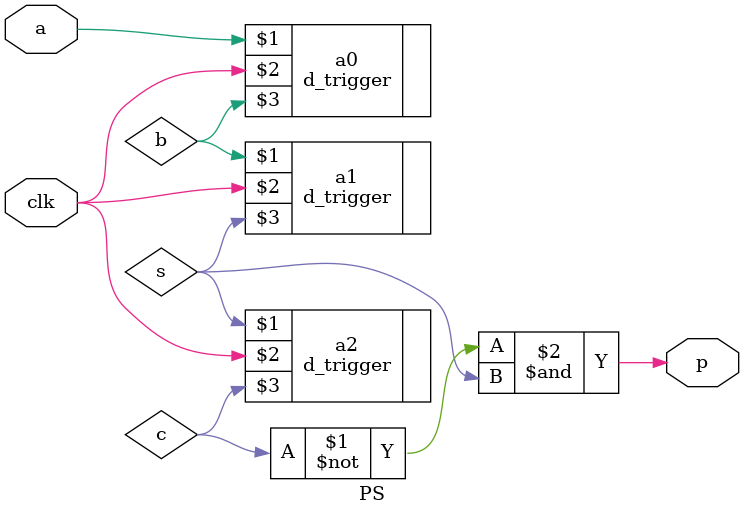
<source format=v>
`timescale 1ns / 1ps


module PS(
    input a,
    input clk,
    output p
    );
    wire b;
    wire c;
    wire s;
    d_trigger a0(a,clk,b);
    d_trigger a1(b,clk,s);
    d_trigger a2(s,clk,c);
    assign p = (~c)&s;
endmodule
</source>
